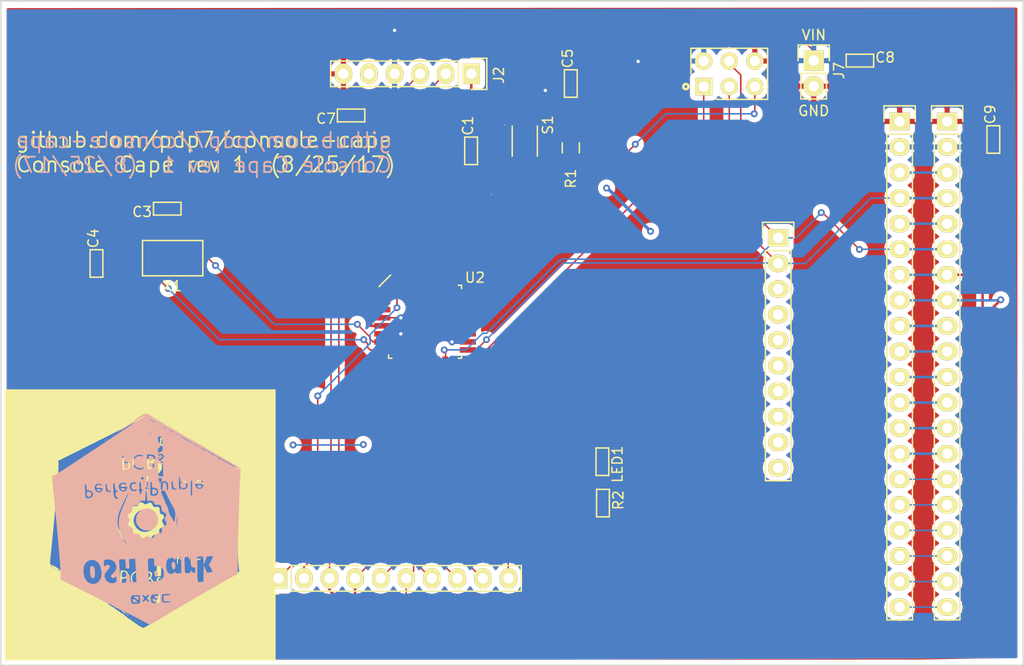
<source format=kicad_pcb>
(kicad_pcb (version 4) (host pcbnew 4.0.6)
  (title_block (company "Released under the CERN Open Hardware License v1.2") (comment 1 "jenner@wickerbox.net - http://wickerbox.net") (comment 2 "Designed by Jenner at Wickerbox Electronics"))
  (layers (0 F.Cu signal) (31 B.Cu signal) (34 B.Paste user) (35 F.Paste user) (36 B.SilkS user) (37 F.SilkS user) (38 B.Mask user) (39 F.Mask user) (44 Edge.Cuts user))
  (net 0 "")
  (net 1 /~RESET)
  (net 2 /FTDI_RESET)
  (net 3 GND)
  (net 4 "Net-(C3-Pad1)")
  (net 5 "Net-(C4-Pad1)")
  (net 6 /D0)
  (net 7 /D1)
  (net 8 "Net-(J2-Pad5)")
  (net 9 /D11)
  (net 10 /D2)
  (net 11 /D3)
  (net 12 /D6)
  (net 13 /D7)
  (net 14 /D8)
  (net 15 /D9)
  (net 16 /D10)
  (net 17 "Net-(LED1-Pad2)")
  (net 18 "Net-(J5-Pad3)")
  (net 19 "Net-(J5-Pad4)")
  (net 20 "Net-(J5-Pad5)")
  (net 21 "Net-(J5-Pad6)")
  (net 22 "Net-(J5-Pad7)")
  (net 23 "Net-(J5-Pad8)")
  (net 24 "Net-(J5-Pad9)")
  (net 25 "Net-(J5-Pad10)")
  (net 26 "Net-(U2-Pad19)")
  (net 27 "Net-(U2-Pad20)")
  (net 28 "Net-(U2-Pad22)")
  (net 29 "Net-(U2-Pad23)")
  (net 30 "Net-(U2-Pad24)")
  (net 31 "Net-(U2-Pad25)")
  (net 32 "Net-(U2-Pad26)")
  (net 33 "Net-(U2-Pad27)")
  (net 34 "Net-(U2-Pad28)")
  (net 35 VIN)
  (net 36 3Vo)
  (net 37 CLK)
  (net 38 MOSI)
  (net 39 TFT_CS)
  (net 40 TFT_DC)
  (net 41 RST)
  (net 42 Lite)
  (net 43 Y+)
  (net 44 X+)
  (net 45 Y-)
  (net 46 X-)
  (net 47 IM3)
  (net 48 IM2)
  (net 49 IM1)
  (net 50 IM0)
  (net 51 CCS)
  (net 52 CD)
  (net 53 "Net-(J1-Pad5)")
  (net 54 "Net-(J6-Pad5)")
  (module Wickerlib:TQFP-32-7x7MM-P0.8MM (layer F.Cu) (at 166.624 82.296)
    (fp_text reference U2)
    (fp_text value ATMEGA328 hide)
    (fp_text user %R (at 4.953 -4.386 180) (layer F.SilkS))
    (pad 1 smd rect (at -4.25 -2.8) (size 1.6 0.55) (layers F.Cu F.Paste F.Mask) (net 11 /D3))
    (pad 2 smd rect (at -4.25 -2) (size 1.6 0.55) (layers F.Cu F.Paste F.Mask) (net 40 TFT_DC))
    (pad 3 smd rect (at -4.25 -1.2) (size 1.6 0.55) (layers F.Cu F.Paste F.Mask) (net 3 GND))
    (pad 4 smd rect (at -4.25 -0.4) (size 1.6 0.55) (layers F.Cu F.Paste F.Mask) (net 35 VIN))
    (pad 5 smd rect (at -4.25 0.4) (size 1.6 0.55) (layers F.Cu F.Paste F.Mask) (net 3 GND))
    (pad 6 smd rect (at -4.25 1.2) (size 1.6 0.55) (layers F.Cu F.Paste F.Mask) (net 35 VIN))
    (pad 7 smd rect (at -4.25 2) (size 1.6 0.55) (layers F.Cu F.Paste F.Mask) (net 4 "Net-(C3-Pad1)"))
    (pad 8 smd rect (at -4.25 2.8) (size 1.6 0.55) (layers F.Cu F.Paste F.Mask) (net 5 "Net-(C4-Pad1)"))
    (pad 9 smd rect (at -2.8 4.25 90) (size 1.6 0.55) (layers F.Cu F.Paste F.Mask) (net 39 TFT_CS))
    (pad 10 smd rect (at -2 4.25 90) (size 1.6 0.55) (layers F.Cu F.Paste F.Mask) (net 12 /D6))
    (pad 11 smd rect (at -1.2 4.25 90) (size 1.6 0.55) (layers F.Cu F.Paste F.Mask) (net 13 /D7))
    (pad 12 smd rect (at -0.4 4.25 90) (size 1.6 0.55) (layers F.Cu F.Paste F.Mask) (net 14 /D8))
    (pad 13 smd rect (at 0.4 4.25 90) (size 1.6 0.55) (layers F.Cu F.Paste F.Mask) (net 15 /D9))
    (pad 14 smd rect (at 1.2 4.25 90) (size 1.6 0.55) (layers F.Cu F.Paste F.Mask) (net 16 /D10))
    (pad 15 smd rect (at 2 4.25 90) (size 1.6 0.55) (layers F.Cu F.Paste F.Mask) (net 38 MOSI))
    (pad 16 smd rect (at 2.8 4.25 90) (size 1.6 0.55) (layers F.Cu F.Paste F.Mask) (net 9 /D11))
    (pad 17 smd rect (at 4.25 2.8) (size 1.6 0.55) (layers F.Cu F.Paste F.Mask) (net 37 CLK))
    (pad 18 smd rect (at 4.25 2) (size 1.6 0.55) (layers F.Cu F.Paste F.Mask) (net 35 VIN))
    (pad 19 smd rect (at 4.25 1.2) (size 1.6 0.55) (layers F.Cu F.Paste F.Mask) (net 26 "Net-(U2-Pad19)"))
    (pad 20 smd rect (at 4.25 0.4) (size 1.6 0.55) (layers F.Cu F.Paste F.Mask) (net 27 "Net-(U2-Pad20)"))
    (pad 21 smd rect (at 4.25 -0.4) (size 1.6 0.55) (layers F.Cu F.Paste F.Mask) (net 3 GND))
    (pad 22 smd rect (at 4.25 -1.2) (size 1.6 0.55) (layers F.Cu F.Paste F.Mask) (net 28 "Net-(U2-Pad22)"))
    (pad 23 smd rect (at 4.25 -2) (size 1.6 0.55) (layers F.Cu F.Paste F.Mask) (net 29 "Net-(U2-Pad23)"))
    (pad 24 smd rect (at 4.25 -2.8) (size 1.6 0.55) (layers F.Cu F.Paste F.Mask) (net 30 "Net-(U2-Pad24)"))
    (pad 25 smd rect (at 2.8 -4.25 90) (size 1.6 0.55) (layers F.Cu F.Paste F.Mask) (net 31 "Net-(U2-Pad25)"))
    (pad 26 smd rect (at 2 -4.25 90) (size 1.6 0.55) (layers F.Cu F.Paste F.Mask) (net 32 "Net-(U2-Pad26)"))
    (pad 27 smd rect (at 1.2 -4.25 90) (size 1.6 0.55) (layers F.Cu F.Paste F.Mask) (net 33 "Net-(U2-Pad27)"))
    (pad 28 smd rect (at 0.4 -4.25 90) (size 1.6 0.55) (layers F.Cu F.Paste F.Mask) (net 34 "Net-(U2-Pad28)"))
    (pad 29 smd rect (at -0.4 -4.25 90) (size 1.6 0.55) (layers F.Cu F.Paste F.Mask) (net 1 /~RESET))
    (pad 30 smd rect (at -1.2 -4.25 90) (size 1.6 0.55) (layers F.Cu F.Paste F.Mask) (net 6 /D0))
    (pad 31 smd rect (at -2 -4.25 90) (size 1.6 0.55) (layers F.Cu F.Paste F.Mask) (net 7 /D1))
    (pad 32 smd rect (at -2.8 -4.25 90) (size 1.6 0.55) (layers F.Cu F.Paste F.Mask) (net 10 /D2))
  )
  (module Wickerlib:RLC-0603-SMD (layer F.Cu) (at 171.196 65.278 90)
    (fp_text reference C1)
    (fp_text value 100nF hide)
    (fp_text user %R (at 2.4645 -0.3175 90) (layer F.SilkS))
    (pad 1 smd rect (at -0.75 0 90) (size 0.8 0.75) (layers F.Cu F.Paste F.Mask) (net 1 /~RESET))
    (pad 2 smd rect (at 0.75 0 90) (size 0.8 0.75) (layers F.Cu F.Paste F.Mask) (net 2 /FTDI_RESET))
  )
  (module Wickerlib:RLC-0603-SMD (layer F.Cu) (at 140.97 71.06 180)
    (fp_text reference C3)
    (fp_text value 22pF hide)
    (fp_text user %R (at 2.4645 -0.3175 180) (layer F.SilkS))
    (pad 1 smd rect (at -0.75 0 180) (size 0.8 0.75) (layers F.Cu F.Paste F.Mask) (net 4 "Net-(C3-Pad1)"))
    (pad 2 smd rect (at 0.75 0 180) (size 0.8 0.75) (layers F.Cu F.Paste F.Mask) (net 3 GND))
  )
  (module Wickerlib:RLC-0603-SMD (layer F.Cu) (at 133.97 76.47 90)
    (fp_text reference C4)
    (fp_text value 22pF hide)
    (fp_text user %R (at 2.4645 -0.3175 90) (layer F.SilkS))
    (pad 1 smd rect (at -0.75 0 90) (size 0.8 0.75) (layers F.Cu F.Paste F.Mask) (net 5 "Net-(C4-Pad1)"))
    (pad 2 smd rect (at 0.75 0 90) (size 0.8 0.75) (layers F.Cu F.Paste F.Mask) (net 3 GND))
  )
  (module Wickerlib:RLC-0603-SMD (layer F.Cu) (at 181.102 58.59272 90)
    (fp_text reference C5)
    (fp_text value 100nF hide)
    (fp_text user %R (at 2.4645 -0.3175 90) (layer F.SilkS))
    (pad 1 smd rect (at -0.75 0 90) (size 0.8 0.75) (layers F.Cu F.Paste F.Mask) (net 35 VIN))
    (pad 2 smd rect (at 0.75 0 90) (size 0.8 0.75) (layers F.Cu F.Paste F.Mask) (net 3 GND))
  )
  (module Wickerlib:RLC-0603-SMD (layer F.Cu) (at 159.24276 61.7982 180)
    (fp_text reference C7)
    (fp_text value 100nF hide)
    (fp_text user %R (at 2.4645 -0.3175 180) (layer F.SilkS))
    (pad 1 smd rect (at -0.75 0 180) (size 0.8 0.75) (layers F.Cu F.Paste F.Mask) (net 35 VIN))
    (pad 2 smd rect (at 0.75 0 180) (size 0.8 0.75) (layers F.Cu F.Paste F.Mask) (net 3 GND))
  )
  (module Wickerlib:RLC-0603-SMD (layer F.Cu) (at 209.86496 56.34736)
    (fp_text reference C8)
    (fp_text value 100nF hide)
    (fp_text user %R (at 2.4645 -0.3175) (layer F.SilkS))
    (pad 1 smd rect (at -0.75 0) (size 0.8 0.75) (layers F.Cu F.Paste F.Mask) (net 35 VIN))
    (pad 2 smd rect (at 0.75 0) (size 0.8 0.75) (layers F.Cu F.Paste F.Mask) (net 3 GND))
  )
  (module Wickerlib:RLC-0603-SMD (layer F.Cu) (at 223.09074 64.15278 90)
    (fp_text reference C9)
    (fp_text value 100nF hide)
    (fp_text user %R (at 2.4645 -0.3175 90) (layer F.SilkS))
    (pad 1 smd rect (at -0.75 0 90) (size 0.8 0.75) (layers F.Cu F.Paste F.Mask) (net 35 VIN))
    (pad 2 smd rect (at 0.75 0 90) (size 0.8 0.75) (layers F.Cu F.Paste F.Mask) (net 3 GND))
  )
  (module Wickerlib:CONN-HEADER-STRAIGHT-P2.54MM-1x06 (layer F.Cu) (at 171.21 57.66 270)
    (fp_text reference J2)
    (fp_text value FTDI hide)
    (fp_text user %R (at 0.14 -2.74 450) (layer F.SilkS))
    (pad 1 thru_hole rect (at 0 0 270) (size 2.032 1.7272) (drill 1.016) (layers *.Cu *.Mask F.SilkS) (net 2 /FTDI_RESET))
    (pad 2 thru_hole oval (at 0 2.54 270) (size 2.032 1.7272) (drill 1.016) (layers *.Cu *.Mask F.SilkS) (net 6 /D0))
    (pad 3 thru_hole oval (at 0 5.08 270) (size 2.032 1.7272) (drill 1.016) (layers *.Cu *.Mask F.SilkS) (net 7 /D1))
    (pad 4 thru_hole oval (at 0 7.62 270) (size 2.032 1.7272) (drill 1.016) (layers *.Cu *.Mask F.SilkS) (net 35 VIN))
    (pad 5 thru_hole oval (at 0 10.16 270) (size 2.032 1.7272) (drill 1.016) (layers *.Cu *.Mask F.SilkS) (net 8 "Net-(J2-Pad5)"))
    (pad 6 thru_hole oval (at 0 12.7 270) (size 2.032 1.7272) (drill 1.016) (layers *.Cu *.Mask F.SilkS) (net 3 GND))
  )
  (module Wickerlib:CONN-HEADER-STRAIGHT-P2.54MM-2x03 (layer F.Cu) (at 194.31 58.928 90)
    (fp_text reference J3)
    (fp_text value ISP-2560 hide)
    (pad 1 thru_hole rect (at 0 0 90) (size 1.7272 1.7272) (drill 1.016) (layers *.Cu *.Mask F.SilkS) (net 9 /D11))
    (pad 2 thru_hole oval (at 2.54 0 90) (size 1.7272 1.7272) (drill 1.016) (layers *.Cu *.Mask F.SilkS) (net 35 VIN))
    (pad 3 thru_hole oval (at 0 2.54 90) (size 1.7272 1.7272) (drill 1.016) (layers *.Cu *.Mask F.SilkS) (net 37 CLK))
    (pad 4 thru_hole oval (at 2.54 2.54 90) (size 1.7272 1.7272) (drill 1.016) (layers *.Cu *.Mask F.SilkS) (net 38 MOSI))
    (pad 5 thru_hole oval (at 0 5.08 90) (size 1.7272 1.7272) (drill 1.016) (layers *.Cu *.Mask F.SilkS) (net 1 /~RESET))
    (pad 6 thru_hole oval (at 2.54 5.08 90) (size 1.7272 1.7272) (drill 1.016) (layers *.Cu *.Mask F.SilkS) (net 3 GND))
  )
  (module Wickerlib:CONN-HEADER-STRAIGHT-P2.54MM-1x10 (layer F.Cu) (at 152.05 107.79 90)
    (fp_text reference J4)
    (fp_text value DIGOUT1 hide)
    (pad 1 thru_hole rect (at 0 0 90) (size 2.032 1.7272) (drill 1.016) (layers *.Cu *.Mask F.SilkS) (net 10 /D2))
    (pad 2 thru_hole oval (at 0 2.54 90) (size 2.032 1.7272) (drill 1.016) (layers *.Cu *.Mask F.SilkS) (net 11 /D3))
    (pad 3 thru_hole oval (at 0 5.08 90) (size 2.032 1.7272) (drill 1.016) (layers *.Cu *.Mask F.SilkS) (net 40 TFT_DC))
    (pad 4 thru_hole oval (at 0 7.62 90) (size 2.032 1.7272) (drill 1.016) (layers *.Cu *.Mask F.SilkS) (net 39 TFT_CS))
    (pad 5 thru_hole oval (at 0 10.16 90) (size 2.032 1.7272) (drill 1.016) (layers *.Cu *.Mask F.SilkS) (net 12 /D6))
    (pad 6 thru_hole oval (at 0 12.7 90) (size 2.032 1.7272) (drill 1.016) (layers *.Cu *.Mask F.SilkS) (net 13 /D7))
    (pad 7 thru_hole oval (at 0 15.24 90) (size 2.032 1.7272) (drill 1.016) (layers *.Cu *.Mask F.SilkS) (net 14 /D8))
    (pad 8 thru_hole oval (at 0 17.78 90) (size 2.032 1.7272) (drill 1.016) (layers *.Cu *.Mask F.SilkS) (net 15 /D9))
    (pad 9 thru_hole oval (at 0 20.32 90) (size 2.032 1.7272) (drill 1.016) (layers *.Cu *.Mask F.SilkS) (net 16 /D10))
    (pad 10 thru_hole oval (at 0 22.86 90) (size 2.032 1.7272) (drill 1.016) (layers *.Cu *.Mask F.SilkS) (net 9 /D11))
  )
  (module Wickerlib:CONN-HEADER-STRAIGHT-P2.54MM-1x10 (layer F.Cu) (at 201.71 73.96)
    (fp_text reference J5)
    (fp_text value DIGOUT2 hide)
    (pad 1 thru_hole rect (at 0 0) (size 2.032 1.7272) (drill 1.016) (layers *.Cu *.Mask F.SilkS) (net 38 MOSI))
    (pad 2 thru_hole oval (at 0 2.54) (size 2.032 1.7272) (drill 1.016) (layers *.Cu *.Mask F.SilkS) (net 37 CLK))
    (pad 3 thru_hole oval (at 0 5.08) (size 2.032 1.7272) (drill 1.016) (layers *.Cu *.Mask F.SilkS) (net 18 "Net-(J5-Pad3)"))
    (pad 4 thru_hole oval (at 0 7.62) (size 2.032 1.7272) (drill 1.016) (layers *.Cu *.Mask F.SilkS) (net 19 "Net-(J5-Pad4)"))
    (pad 5 thru_hole oval (at 0 10.16) (size 2.032 1.7272) (drill 1.016) (layers *.Cu *.Mask F.SilkS) (net 20 "Net-(J5-Pad5)"))
    (pad 6 thru_hole oval (at 0 12.7) (size 2.032 1.7272) (drill 1.016) (layers *.Cu *.Mask F.SilkS) (net 21 "Net-(J5-Pad6)"))
    (pad 7 thru_hole oval (at 0 15.24) (size 2.032 1.7272) (drill 1.016) (layers *.Cu *.Mask F.SilkS) (net 22 "Net-(J5-Pad7)"))
    (pad 8 thru_hole oval (at 0 17.78) (size 2.032 1.7272) (drill 1.016) (layers *.Cu *.Mask F.SilkS) (net 23 "Net-(J5-Pad8)"))
    (pad 9 thru_hole oval (at 0 20.32) (size 2.032 1.7272) (drill 1.016) (layers *.Cu *.Mask F.SilkS) (net 24 "Net-(J5-Pad9)"))
    (pad 10 thru_hole oval (at 0 22.86) (size 2.032 1.7272) (drill 1.016) (layers *.Cu *.Mask F.SilkS) (net 25 "Net-(J5-Pad10)"))
  )
  (module Wickerlib:RLC-0603-SMD (layer F.Cu) (at 184.2442 96.2356 270)
    (fp_text reference LED1)
    (fp_text value AMBER hide)
    (fp_text user %R (at 0.22 -1.49 270) (layer F.SilkS))
    (pad 1 smd rect (at -0.75 0 270) (size 0.8 0.75) (layers F.Cu F.Paste F.Mask) (net 3 GND))
    (pad 2 smd rect (at 0.75 0 270) (size 0.8 0.75) (layers F.Cu F.Paste F.Mask) (net 17 "Net-(LED1-Pad2)"))
  )
  (module Wickerlib:RLC-0805-SMD (layer F.Cu) (at 181.102 65.024 270)
    (fp_text reference R1)
    (fp_text value 10K hide)
    (fp_text user %R (at 3.048 0 270) (layer F.SilkS))
    (pad 1 smd rect (at -1 0 270) (size 1 1.25) (layers F.Cu F.Paste F.Mask) (net 35 VIN))
    (pad 2 smd rect (at 1 0 270) (size 1 1.25) (layers F.Cu F.Paste F.Mask) (net 1 /~RESET))
  )
  (module Wickerlib:RLC-0603-SMD (layer F.Cu) (at 184.2996 100.2852 90)
    (fp_text reference R2)
    (fp_text value 1K hide)
    (fp_text user %R (at 0.26 1.52 90) (layer F.SilkS))
    (pad 1 smd rect (at -0.75 0 90) (size 0.8 0.75) (layers F.Cu F.Paste F.Mask) (net 13 /D7))
    (pad 2 smd rect (at 0.75 0 90) (size 0.8 0.75) (layers F.Cu F.Paste F.Mask) (net 17 "Net-(LED1-Pad2)"))
  )
  (module Wickerlib:SWITCH-OMRON-MOMENTARY-SMD-B3U-1000P (layer F.Cu) (at 176.53 62.738 270)
    (fp_text reference S1)
    (fp_text value RESET hide)
    (fp_text user %R (at 0 -2.286 270) (layer F.SilkS))
    (pad 2 smd rect (at 3.4 0 270) (size 0.8 1.7) (layers F.Cu F.Paste F.Mask) (net 1 /~RESET))
    (pad 1 smd rect (at 0 0 270) (size 0.8 1.7) (layers F.Cu F.Paste F.Mask) (net 3 GND))
  )
  (module Wickerlib:CRYSTAL-CTS-4SMD (layer F.Cu) (at 141.49 75.75 180)
    (fp_text reference X1)
    (fp_text value "16MHz 18pF" hide)
    (fp_text user %R (at 0 -3 180) (layer F.SilkS))
    (pad 3 smd rect (at 2.1844 -1.4732 180) (size 1.905 1.397) (layers F.Cu F.Paste F.Mask) (net 5 "Net-(C4-Pad1)"))
    (pad 4 smd rect (at -2.286 -1.4732 180) (size 1.905 1.397) (layers F.Cu F.Paste F.Mask) (net 3 GND))
    (pad 2 smd rect (at 2.1844 1.016 180) (size 1.905 1.397) (layers F.Cu F.Paste F.Mask) (net 3 GND))
    (pad 1 smd rect (at -2.286 1.016 180) (size 1.905 1.397) (layers F.Cu F.Paste F.Mask) (net 4 "Net-(C3-Pad1)"))
  )
  (module Wickerlib:CONN-HEADER-STRAIGHT-P2.54MM-1x20 (layer F.Cu) (at 218.5 62.39)
    (fp_text reference J1)
    (fp_text value "LCD HEADER" hide)
    (pad 1 thru_hole rect (at 0 0) (size 2.032 1.7272) (drill 1.016) (layers *.Cu *.Mask F.SilkS) (net 3 GND))
    (pad 2 thru_hole oval (at 0 2.54) (size 2.032 1.7272) (drill 1.016) (layers *.Cu *.Mask F.SilkS) (net 35 VIN))
    (pad 3 thru_hole oval (at 0 5.08) (size 2.032 1.7272) (drill 1.016) (layers *.Cu *.Mask F.SilkS) (net 36 3Vo))
    (pad 4 thru_hole oval (at 0 7.62) (size 2.032 1.7272) (drill 1.016) (layers *.Cu *.Mask F.SilkS) (net 37 CLK))
    (pad 5 thru_hole oval (at 0 10.16) (size 2.032 1.7272) (drill 1.016) (layers *.Cu *.Mask F.SilkS) (net 53 "Net-(J1-Pad5)"))
    (pad 6 thru_hole oval (at 0 12.7) (size 2.032 1.7272) (drill 1.016) (layers *.Cu *.Mask F.SilkS) (net 38 MOSI))
    (pad 7 thru_hole oval (at 0 15.24) (size 2.032 1.7272) (drill 1.016) (layers *.Cu *.Mask F.SilkS) (net 39 TFT_CS))
    (pad 8 thru_hole oval (at 0 17.78) (size 2.032 1.7272) (drill 1.016) (layers *.Cu *.Mask F.SilkS) (net 40 TFT_DC))
    (pad 9 thru_hole oval (at 0 20.32) (size 2.032 1.7272) (drill 1.016) (layers *.Cu *.Mask F.SilkS) (net 41 RST))
    (pad 10 thru_hole oval (at 0 22.86) (size 2.032 1.7272) (drill 1.016) (layers *.Cu *.Mask F.SilkS) (net 42 Lite))
    (pad 11 thru_hole oval (at 0 25.4) (size 2.032 1.7272) (drill 1.016) (layers *.Cu *.Mask F.SilkS) (net 43 Y+))
    (pad 12 thru_hole oval (at 0 27.94) (size 2.032 1.7272) (drill 1.016) (layers *.Cu *.Mask F.SilkS) (net 44 X+))
    (pad 13 thru_hole oval (at 0 30.48) (size 2.032 1.7272) (drill 1.016) (layers *.Cu *.Mask F.SilkS) (net 45 Y-))
    (pad 14 thru_hole oval (at 0 33.02) (size 2.032 1.7272) (drill 1.016) (layers *.Cu *.Mask F.SilkS) (net 46 X-))
    (pad 15 thru_hole oval (at 0 35.56) (size 2.032 1.7272) (drill 1.016) (layers *.Cu *.Mask F.SilkS) (net 47 IM3))
    (pad 16 thru_hole oval (at 0 38.1) (size 2.032 1.7272) (drill 1.016) (layers *.Cu *.Mask F.SilkS) (net 48 IM2))
    (pad 17 thru_hole oval (at 0 40.64) (size 2.032 1.7272) (drill 1.016) (layers *.Cu *.Mask F.SilkS) (net 49 IM1))
    (pad 18 thru_hole oval (at 0 43.18) (size 2.032 1.7272) (drill 1.016) (layers *.Cu *.Mask F.SilkS) (net 50 IM0))
    (pad 19 thru_hole oval (at 0 45.72) (size 2.032 1.7272) (drill 1.016) (layers *.Cu *.Mask F.SilkS) (net 51 CCS))
    (pad 20 thru_hole oval (at 0 48.26) (size 2.032 1.7272) (drill 1.016) (layers *.Cu *.Mask F.SilkS) (net 52 CD))
  )
  (module Wickerlib:CONN-HEADER-STRAIGHT-P2.54MM-1x20 (layer F.Cu) (at 213.78 62.39)
    (fp_text reference J6)
    (fp_text value "LCD TEST" hide)
    (pad 1 thru_hole rect (at 0 0) (size 2.032 1.7272) (drill 1.016) (layers *.Cu *.Mask F.SilkS) (net 3 GND))
    (pad 2 thru_hole oval (at 0 2.54) (size 2.032 1.7272) (drill 1.016) (layers *.Cu *.Mask F.SilkS) (net 35 VIN))
    (pad 3 thru_hole oval (at 0 5.08) (size 2.032 1.7272) (drill 1.016) (layers *.Cu *.Mask F.SilkS) (net 36 3Vo))
    (pad 4 thru_hole oval (at 0 7.62) (size 2.032 1.7272) (drill 1.016) (layers *.Cu *.Mask F.SilkS) (net 37 CLK))
    (pad 5 thru_hole oval (at 0 10.16) (size 2.032 1.7272) (drill 1.016) (layers *.Cu *.Mask F.SilkS) (net 54 "Net-(J6-Pad5)"))
    (pad 6 thru_hole oval (at 0 12.7) (size 2.032 1.7272) (drill 1.016) (layers *.Cu *.Mask F.SilkS) (net 38 MOSI))
    (pad 7 thru_hole oval (at 0 15.24) (size 2.032 1.7272) (drill 1.016) (layers *.Cu *.Mask F.SilkS) (net 39 TFT_CS))
    (pad 8 thru_hole oval (at 0 17.78) (size 2.032 1.7272) (drill 1.016) (layers *.Cu *.Mask F.SilkS) (net 40 TFT_DC))
    (pad 9 thru_hole oval (at 0 20.32) (size 2.032 1.7272) (drill 1.016) (layers *.Cu *.Mask F.SilkS) (net 41 RST))
    (pad 10 thru_hole oval (at 0 22.86) (size 2.032 1.7272) (drill 1.016) (layers *.Cu *.Mask F.SilkS) (net 42 Lite))
    (pad 11 thru_hole oval (at 0 25.4) (size 2.032 1.7272) (drill 1.016) (layers *.Cu *.Mask F.SilkS) (net 43 Y+))
    (pad 12 thru_hole oval (at 0 27.94) (size 2.032 1.7272) (drill 1.016) (layers *.Cu *.Mask F.SilkS) (net 44 X+))
    (pad 13 thru_hole oval (at 0 30.48) (size 2.032 1.7272) (drill 1.016) (layers *.Cu *.Mask F.SilkS) (net 45 Y-))
    (pad 14 thru_hole oval (at 0 33.02) (size 2.032 1.7272) (drill 1.016) (layers *.Cu *.Mask F.SilkS) (net 46 X-))
    (pad 15 thru_hole oval (at 0 35.56) (size 2.032 1.7272) (drill 1.016) (layers *.Cu *.Mask F.SilkS) (net 47 IM3))
    (pad 16 thru_hole oval (at 0 38.1) (size 2.032 1.7272) (drill 1.016) (layers *.Cu *.Mask F.SilkS) (net 48 IM2))
    (pad 17 thru_hole oval (at 0 40.64) (size 2.032 1.7272) (drill 1.016) (layers *.Cu *.Mask F.SilkS) (net 49 IM1))
    (pad 18 thru_hole oval (at 0 43.18) (size 2.032 1.7272) (drill 1.016) (layers *.Cu *.Mask F.SilkS) (net 50 IM0))
    (pad 19 thru_hole oval (at 0 45.72) (size 2.032 1.7272) (drill 1.016) (layers *.Cu *.Mask F.SilkS) (net 51 CCS))
    (pad 20 thru_hole oval (at 0 48.26) (size 2.032 1.7272) (drill 1.016) (layers *.Cu *.Mask F.SilkS) (net 52 CD))
  )
  (module Wickerlib:CONN-HEADER-STRAIGHT-P2.54MM-1x02 (layer F.Cu) (at 205.24 56.35)
    (fp_text reference J7)
    (fp_text value CONN_01X02 hide)
    (fp_text user %R (at 2.52 0.99 90) (layer F.SilkS))
    (pad 1 thru_hole rect (at 0 0) (size 2.032 2.032) (drill 1.016) (layers *.Cu *.Mask F.SilkS) (net 35 VIN))
    (pad 2 thru_hole oval (at 0 2.54) (size 2.032 2.032) (drill 1.016) (layers *.Cu *.Mask F.SilkS) (net 3 GND))
  )
  (module console-cape:oshpark0x0c (layer B.Cu) (at 138.5062 101.5238)
    (fp_text reference G*** hide)
    (fp_text value LOGO hide)
  )
  (module console-cape:dpi400-oshpark0x0ckicad_mod (layer F.Cu) (at 138.303 102.48392)
    (fp_text reference G*** hide)
    (fp_text value LOGO hide)
  )
  (gr_text "github.com/pdp7/console-cape\nConsole Cape rev 1  (8/25/17)\n\n" (at 163.449 66.72072) (layer B.SilkS) (effects (font (thickness 0.1778)) (justify left mirror)))
  (gr_text "github.com/pdp7/console-cape\nConsole Cape rev 1  (8/25/17)\n\n" (at 125.8443 66.675) (layer F.SilkS) (effects (font (thickness 0.1778)) (justify left)))
  (gr_line (start 226.05746 115.63858) (end 226.06508 115.63858) (angle 90) (layer Edge.Cuts) (width 0.1524))
  (gr_line (start 226.05746 116.44884) (end 226.05746 115.63858) (angle 90) (layer Edge.Cuts) (width 0.1524))
  (gr_line (start 209.31632 116.44884) (end 226.05746 116.44884) (angle 90) (layer Edge.Cuts) (width 0.1524))
  (gr_line (start 226.06254 50.41138) (end 226.06254 115.99926) (angle 90) (layer Edge.Cuts) (width 0.1524))
  (gr_line (start 209.3341 50.41138) (end 226.06254 50.41138) (angle 90) (layer Edge.Cuts) (width 0.1524))
  (gr_text GND (at 205.24 61.34) (layer F.SilkS) (effects (font (size 1.016 1.016) (thickness 0.1524))))
  (gr_text VIN (at 205.26 53.8) (layer F.SilkS) (effects (font (size 1.016 1.016) (thickness 0.1524))))
  (gr_line (start 126.36 50.41) (end 126.36 50.4) (angle 90) (layer Edge.Cuts) (width 0.1524))
  (gr_line (start 124.46 50.41) (end 126.36 50.41) (angle 90) (layer Edge.Cuts) (width 0.1524))
  (gr_line (start 124.46 116.45) (end 124.46 50.41) (angle 90) (layer Edge.Cuts) (width 0.1524))
  (gr_line (start 209.3 116.45) (end 124.46 116.45) (angle 90) (layer Edge.Cuts) (width 0.1524))
  (gr_line (start 125.79 50.41) (end 209.3 50.41) (angle 90) (layer Edge.Cuts) (width 0.1524))
  (via (at 160.48736 94.49308) (size 0.6858) (drill 0.3302) (layers F.Cu B.Cu) (net 0))
  (via (at 153.5049 94.5388) (size 0.6858) (drill 0.3302) (layers F.Cu B.Cu) (net 0))
  (segment (start 153.5049 94.5388) (end 160.44164 94.5388) (width 0.1524) (layer B.Cu) (net 0))
  (segment (start 160.44164 94.5388) (end 160.48736 94.49308) (width 0.1524) (layer B.Cu) (net 0))
  (segment (start 189.1792 73.3552) (end 189.0776 73.3552) (width 0.3302) (layer F.Cu) (net 0))
  (via (at 184.658 69.0118) (size 0.6858) (drill 0.3302) (layers F.Cu B.Cu) (net 0))
  (segment (start 184.7342 69.0118) (end 184.658 69.0118) (width 0.3302) (layer B.Cu) (net 0))
  (segment (start 189.0268 73.3044) (end 184.7342 69.0118) (width 0.3302) (layer B.Cu) (net 0))
  (via (at 189.0268 73.3044) (size 0.6858) (drill 0.3302) (layers F.Cu B.Cu) (net 0))
  (segment (start 189.0776 73.3552) (end 189.0268 73.3044) (width 0.3302) (layer F.Cu) (net 0))
  (segment (start 181.102 66.024) (end 186.1472 66.024) (width 0.1524) (layer F.Cu) (net 1))
  (segment (start 199.39 61.57214) (end 199.39 58.928) (width 0.1524) (layer F.Cu) (net 1))
  (segment (start 199.33158 61.63056) (end 199.39 61.57214) (width 0.1524) (layer F.Cu) (net 1))
  (via (at 199.33158 61.63056) (size 0.6858) (drill 0.3302) (layers F.Cu B.Cu) (net 1))
  (segment (start 190.54064 61.63056) (end 199.33158 61.63056) (width 0.1524) (layer B.Cu) (net 1))
  (segment (start 187.51296 64.65824) (end 190.54064 61.63056) (width 0.1524) (layer B.Cu) (net 1))
  (via (at 187.51296 64.65824) (size 0.6858) (drill 0.3302) (layers F.Cu B.Cu) (net 1))
  (segment (start 186.1472 66.024) (end 187.51296 64.65824) (width 0.1524) (layer F.Cu) (net 1))
  (segment (start 199.136 58.928) (end 199.39 58.928) (width 0.1524) (layer B.Cu) (net 1))
  (segment (start 181.102 66.024) (end 181.102 66.04) (width 0.1524) (layer F.Cu) (net 1))
  (segment (start 166.243 78.105) (end 166.224 78.046) (width 0.1524) (layer F.Cu) (net 1))
  (segment (start 166.243 70.993) (end 166.243 78.105) (width 0.1524) (layer F.Cu) (net 1))
  (segment (start 171.196 66.04) (end 166.243 70.993) (width 0.1524) (layer F.Cu) (net 1))
  (segment (start 171.196 66.028) (end 171.196 66.04) (width 0.1524) (layer F.Cu) (net 1))
  (segment (start 176.53 66.138) (end 180.988 66.138) (width 0.1524) (layer F.Cu) (net 1))
  (segment (start 180.988 66.138) (end 181.102 66.024) (width 0.1524) (layer F.Cu) (net 1))
  (segment (start 171.196 66.028) (end 176.42 66.028) (width 0.1524) (layer F.Cu) (net 1))
  (segment (start 176.42 66.028) (end 176.53 66.138) (width 0.1524) (layer F.Cu) (net 1))
  (segment (start 171.21 57.66) (end 171.21 64.514) (width 0.254) (layer F.Cu) (net 2))
  (segment (start 171.21 64.514) (end 171.196 64.528) (width 0.254) (layer F.Cu) (net 2))
  (segment (start 170.874 81.896) (end 169.544 81.896) (width 0.254) (layer F.Cu) (net 3))
  (segment (start 169.544 81.896) (end 169.52 81.92) (width 0.254) (layer F.Cu) (net 3))
  (segment (start 161.074 82.554) (end 161.08 82.56) (width 0.254) (layer F.Cu) (net 3))
  (segment (start 161.074 81.096) (end 161.074 82.554) (width 0.254) (layer F.Cu) (net 3))
  (segment (start 161.216 82.696) (end 161.08 82.56) (width 0.254) (layer F.Cu) (net 3))
  (segment (start 162.374 82.696) (end 161.216 82.696) (width 0.254) (layer F.Cu) (net 3))
  (segment (start 164.904 82.696) (end 164.94 82.66) (width 0.254) (layer F.Cu) (net 3))
  (segment (start 162.374 82.696) (end 164.904 82.696) (width 0.254) (layer F.Cu) (net 3))
  (segment (start 162.374 81.096) (end 161.074 81.096) (width 0.254) (layer F.Cu) (net 3))
  (segment (start 161.074 81.096) (end 161.04 81.13) (width 0.254) (layer F.Cu) (net 3))
  (segment (start 170.874 81.896) (end 172.386 81.896) (width 0.254) (layer F.Cu) (net 3))
  (segment (start 172.386 81.896) (end 172.46 81.97) (width 0.254) (layer F.Cu) (net 3))
  (segment (start 158.49276 61.7982) (end 158.49276 57.67724) (width 0.254) (layer F.Cu) (net 3))
  (segment (start 158.49276 57.67724) (end 158.51 57.66) (width 0.254) (layer F.Cu) (net 3))
  (segment (start 205.24 58.89) (end 202.98 58.89) (width 0.1524) (layer F.Cu) (net 3))
  (segment (start 200.478 56.388) (end 199.39 56.388) (width 0.1524) (layer F.Cu) (net 3))
  (segment (start 202.98 58.89) (end 200.478 56.388) (width 0.1524) (layer F.Cu) (net 3))
  (segment (start 162.374 84.296) (end 161.4612 84.296) (width 0.1524) (layer F.Cu) (net 4))
  (via (at 159.893 82.55) (size 0.6858) (layers F.Cu B.Cu) (net 4))
  (segment (start 151.638 82.55) (end 159.893 82.55) (width 0.1524) (layer B.Cu) (net 4))
  (segment (start 145.796 76.708) (end 151.638 82.55) (width 0.1524) (layer B.Cu) (net 4))
  (segment (start 145.796 76.708) (end 143.764 74.676) (width 0.1524) (layer F.Cu) (net 4))
  (via (at 145.796 76.708) (size 0.6858) (layers F.Cu B.Cu) (net 4))
  (segment (start 161.1376 83.7946) (end 159.893 82.55) (width 0.1524) (layer F.Cu) (net 4))
  (segment (start 161.1376 83.9724) (end 161.1376 83.7946) (width 0.1524) (layer F.Cu) (net 4))
  (segment (start 161.4612 84.296) (end 161.1376 83.9724) (width 0.1524) (layer F.Cu) (net 4))
  (segment (start 162.433 84.328) (end 162.374 84.296) (width 0.1524) (layer F.Cu) (net 4))
  (segment (start 162.179 84.2772) (end 162.433 84.328) (width 0.1524) (layer F.Cu) (net 4))
  (segment (start 143.776 74.734) (end 143.764 74.676) (width 0.1524) (layer F.Cu) (net 4))
  (segment (start 141.72 71.06) (end 142.64 71.06) (width 0.1524) (layer F.Cu) (net 4))
  (segment (start 142.64 71.06) (end 143.776 72.196) (width 0.1524) (layer F.Cu) (net 4))
  (segment (start 143.776 72.196) (end 143.776 74.734) (width 0.1524) (layer F.Cu) (net 4))
  (segment (start 160.528 84.074) (end 160.909 84.455) (width 0.1524) (layer F.Cu) (net 5))
  (segment (start 146.177 84.074) (end 160.528 84.074) (width 0.1524) (layer B.Cu) (net 5))
  (via (at 160.528 84.074) (size 0.6858) (layers F.Cu B.Cu) (net 5))
  (segment (start 141.097 78.994) (end 146.177 84.074) (width 0.1524) (layer B.Cu) (net 5))
  (segment (start 139.319 77.216) (end 141.097 78.994) (width 0.1524) (layer F.Cu) (net 5))
  (via (at 141.097 78.994) (size 0.6858) (layers F.Cu B.Cu) (net 5))
  (segment (start 161.169 85.096) (end 162.374 85.096) (width 0.1524) (layer F.Cu) (net 5))
  (segment (start 160.909 84.836) (end 161.169 85.096) (width 0.1524) (layer F.Cu) (net 5))
  (segment (start 160.909 84.455) (end 160.909 84.836) (width 0.1524) (layer F.Cu) (net 5))
  (segment (start 162.433 85.09) (end 162.374 85.096) (width 0.1524) (layer F.Cu) (net 5))
  (segment (start 139.3056 77.2232) (end 139.319 77.216) (width 0.1524) (layer F.Cu) (net 5))
  (segment (start 139.3056 77.2232) (end 133.9732 77.2232) (width 0.1524) (layer F.Cu) (net 5))
  (segment (start 133.9732 77.2232) (end 133.97 77.22) (width 0.1524) (layer F.Cu) (net 5))
  (segment (start 165.481 78.105) (end 165.424 78.046) (width 0.1524) (layer F.Cu) (net 6))
  (segment (start 165.481 60.833) (end 165.481 78.105) (width 0.1524) (layer F.Cu) (net 6))
  (segment (start 168.656 57.658) (end 165.481 60.833) (width 0.1524) (layer F.Cu) (net 6))
  (segment (start 168.67 57.66) (end 168.656 57.658) (width 0.1524) (layer F.Cu) (net 6))
  (segment (start 164.592 78.105) (end 164.624 78.046) (width 0.1524) (layer F.Cu) (net 7))
  (segment (start 164.592 59.182) (end 164.592 78.105) (width 0.1524) (layer F.Cu) (net 7))
  (segment (start 166.116 57.658) (end 164.592 59.182) (width 0.1524) (layer F.Cu) (net 7))
  (segment (start 166.13 57.66) (end 166.116 57.658) (width 0.1524) (layer F.Cu) (net 7))
  (segment (start 194.31 63.5) (end 194.31 58.928) (width 0.1524) (layer F.Cu) (net 9))
  (segment (start 171.323 86.487) (end 194.31 63.5) (width 0.1524) (layer F.Cu) (net 9))
  (segment (start 169.418 86.487) (end 171.323 86.487) (width 0.1524) (layer F.Cu) (net 9))
  (segment (start 174.879 107.823) (end 174.91 107.79) (width 0.1524) (layer F.Cu) (net 9))
  (segment (start 174.879 91.948) (end 174.879 107.823) (width 0.1524) (layer F.Cu) (net 9))
  (segment (start 169.418 86.487) (end 174.879 91.948) (width 0.1524) (layer F.Cu) (net 9))
  (segment (start 169.424 86.546) (end 169.418 86.487) (width 0.1524) (layer F.Cu) (net 9))
  (segment (start 169.424 86.546) (end 169.418 86.614) (width 0.1524) (layer F.Cu) (net 9))
  (segment (start 175.006 107.696) (end 174.91 107.79) (width 0.1524) (layer F.Cu) (net 9))
  (segment (start 163.83 78.105) (end 163.824 78.046) (width 0.1524) (layer F.Cu) (net 10))
  (segment (start 163.83 80.899) (end 163.83 78.105) (width 0.1524) (layer F.Cu) (net 10))
  (via (at 163.83 80.899) (size 0.6858) (layers F.Cu B.Cu) (net 10))
  (segment (start 161.163 83.566) (end 163.83 80.899) (width 0.1524) (layer B.Cu) (net 10))
  (segment (start 161.163 84.455) (end 161.163 83.566) (width 0.1524) (layer B.Cu) (net 10))
  (segment (start 155.956 89.662) (end 161.163 84.455) (width 0.1524) (layer B.Cu) (net 10))
  (via (at 155.956 89.662) (size 0.6858) (layers F.Cu B.Cu) (net 10))
  (segment (start 155.956 103.886) (end 155.956 89.662) (width 0.1524) (layer F.Cu) (net 10))
  (segment (start 152.019 107.823) (end 155.956 103.886) (width 0.1524) (layer F.Cu) (net 10))
  (segment (start 152.05 107.79) (end 152.019 107.823) (width 0.1524) (layer F.Cu) (net 10))
  (segment (start 163.824 78.046) (end 163.83 77.978) (width 0.1524) (layer F.Cu) (net 10))
  (segment (start 152.146 107.696) (end 152.05 107.79) (width 0.1524) (layer F.Cu) (net 10))
  (segment (start 162.374 79.496) (end 158.4512 79.496) (width 0.1524) (layer F.Cu) (net 11))
  (segment (start 154.59 106.6617) (end 154.59 107.79) (width 0.1524) (layer F.Cu) (net 11))
  (segment (start 157.2768 103.9749) (end 154.59 106.6617) (width 0.1524) (layer F.Cu) (net 11))
  (segment (start 157.2768 80.6704) (end 157.2768 103.9749) (width 0.1524) (layer F.Cu) (net 11))
  (segment (start 158.4512 79.496) (end 157.2768 80.6704) (width 0.1524) (layer F.Cu) (net 11))
  (segment (start 162.433 79.502) (end 162.374 79.496) (width 0.1524) (layer F.Cu) (net 11))
  (segment (start 162.306 79.502) (end 162.374 79.496) (width 0.1524) (layer F.Cu) (net 11))
  (segment (start 154.59 107.79) (end 154.559 107.823) (width 0.1524) (layer F.Cu) (net 11))
  (segment (start 154.59 107.79) (end 154.686 107.696) (width 0.1524) (layer F.Cu) (net 11))
  (segment (start 164.592 86.487) (end 164.624 86.546) (width 0.1524) (layer F.Cu) (net 12))
  (segment (start 164.592 105.41) (end 164.592 86.487) (width 0.1524) (layer F.Cu) (net 12))
  (segment (start 162.179 107.823) (end 164.592 105.41) (width 0.1524) (layer F.Cu) (net 12))
  (segment (start 162.21 107.79) (end 162.179 107.823) (width 0.1524) (layer F.Cu) (net 12))
  (segment (start 164.592 86.614) (end 164.624 86.546) (width 0.1524) (layer F.Cu) (net 12))
  (segment (start 162.21 107.79) (end 162.306 107.696) (width 0.1524) (layer F.Cu) (net 12))
  (segment (start 164.75 107.79) (end 164.75 109.7844) (width 0.1524) (layer F.Cu) (net 13))
  (segment (start 184.2996 104.9048) (end 184.2996 101.0352) (width 0.1524) (layer F.Cu) (net 13))
  (segment (start 178.7652 110.4392) (end 184.2996 104.9048) (width 0.1524) (layer F.Cu) (net 13))
  (segment (start 165.4048 110.4392) (end 178.7652 110.4392) (width 0.1524) (layer F.Cu) (net 13))
  (segment (start 164.75 109.7844) (end 165.4048 110.4392) (width 0.1524) (layer F.Cu) (net 13))
  (segment (start 184.3896 100.9452) (end 184.2996 101.0352) (width 0.254) (layer F.Cu) (net 13))
  (segment (start 184.4196 100.9452) (end 184.3296 101.0352) (width 0.254) (layer F.Cu) (net 13))
  (segment (start 165.481 86.487) (end 165.424 86.546) (width 0.1524) (layer F.Cu) (net 13))
  (segment (start 165.481 107.061) (end 165.481 86.487) (width 0.1524) (layer F.Cu) (net 13))
  (segment (start 164.719 107.823) (end 165.481 107.061) (width 0.1524) (layer F.Cu) (net 13))
  (segment (start 164.75 107.79) (end 164.719 107.823) (width 0.1524) (layer F.Cu) (net 13))
  (segment (start 165.354 86.614) (end 165.424 86.546) (width 0.1524) (layer F.Cu) (net 13))
  (segment (start 164.75 107.79) (end 164.846 107.696) (width 0.1524) (layer F.Cu) (net 13))
  (segment (start 164.846 107.696) (end 165.354 107.188) (width 0.1524) (layer F.Cu) (net 13))
  (segment (start 166.243 86.487) (end 166.224 86.546) (width 0.1524) (layer F.Cu) (net 14))
  (segment (start 166.243 106.807) (end 166.243 86.487) (width 0.1524) (layer F.Cu) (net 14))
  (segment (start 167.259 107.823) (end 166.243 106.807) (width 0.1524) (layer F.Cu) (net 14))
  (segment (start 167.29 107.79) (end 167.259 107.823) (width 0.1524) (layer F.Cu) (net 14))
  (segment (start 166.116 86.614) (end 166.224 86.546) (width 0.1524) (layer F.Cu) (net 14))
  (segment (start 167.29 107.79) (end 167.386 107.696) (width 0.1524) (layer F.Cu) (net 14))
  (segment (start 167.005 86.487) (end 167.024 86.546) (width 0.1524) (layer F.Cu) (net 15))
  (segment (start 167.005 105.029) (end 167.005 86.487) (width 0.1524) (layer F.Cu) (net 15))
  (segment (start 169.799 107.823) (end 167.005 105.029) (width 0.1524) (layer F.Cu) (net 15))
  (segment (start 169.83 107.79) (end 169.799 107.823) (width 0.1524) (layer F.Cu) (net 15))
  (segment (start 167.024 86.546) (end 167.132 86.614) (width 0.1524) (layer F.Cu) (net 15))
  (segment (start 169.926 107.696) (end 169.83 107.79) (width 0.1524) (layer F.Cu) (net 15))
  (segment (start 167.824 86.546) (end 167.894 86.614) (width 0.1524) (layer F.Cu) (net 16))
  (segment (start 167.767 86.487) (end 167.824 86.546) (width 0.1524) (layer F.Cu) (net 16))
  (segment (start 167.767 103.251) (end 167.767 86.487) (width 0.1524) (layer F.Cu) (net 16))
  (segment (start 172.339 107.823) (end 167.767 103.251) (width 0.1524) (layer F.Cu) (net 16))
  (segment (start 172.37 107.79) (end 172.339 107.823) (width 0.1524) (layer F.Cu) (net 16))
  (segment (start 172.466 107.696) (end 172.37 107.79) (width 0.1524) (layer F.Cu) (net 16))
  (segment (start 184.2442 96.9856) (end 184.2442 99.4798) (width 0.1524) (layer F.Cu) (net 17))
  (segment (start 184.2442 99.4798) (end 184.2996 99.5352) (width 0.1524) (layer F.Cu) (net 17))
  (segment (start 184.2696 99.5052) (end 184.2996 99.5352) (width 0.254) (layer F.Cu) (net 17))
  (segment (start 184.2196 99.4252) (end 184.3296 99.5352) (width 0.254) (layer F.Cu) (net 17))
  (segment (start 201.676 78.994) (end 201.71 79.04) (width 0.1524) (layer B.Cu) (net 18))
  (segment (start 201.676 81.534) (end 201.71 81.58) (width 0.1524) (layer B.Cu) (net 19))
  (segment (start 201.676 84.074) (end 201.71 84.12) (width 0.1524) (layer B.Cu) (net 20))
  (segment (start 201.676 86.614) (end 201.71 86.66) (width 0.1524) (layer B.Cu) (net 21))
  (segment (start 201.71 89.2) (end 201.676 89.154) (width 0.1524) (layer B.Cu) (net 22))
  (segment (start 201.676 91.694) (end 201.71 91.74) (width 0.1524) (layer F.Cu) (net 23))
  (segment (start 201.676 96.774) (end 201.71 96.82) (width 0.1524) (layer B.Cu) (net 25))
  (segment (start 170.874 84.296) (end 169.294 84.296) (width 0.1524) (layer F.Cu) (net 35))
  (segment (start 169.294 84.296) (end 169.29 84.3) (width 0.1524) (layer F.Cu) (net 35))
  (via (at 169.29 84.3) (size 0.6858) (drill 0.3302) (layers F.Cu B.Cu) (net 35))
  (segment (start 162.374 83.496) (end 164.206 83.496) (width 0.1524) (layer F.Cu) (net 35))
  (segment (start 164.206 83.496) (end 164.21 83.5) (width 0.1524) (layer F.Cu) (net 35))
  (via (at 164.21 83.5) (size 0.6858) (drill 0.3302) (layers F.Cu B.Cu) (net 35))
  (segment (start 162.374 81.896) (end 164.206 81.896) (width 0.1524) (layer F.Cu) (net 35))
  (segment (start 164.206 81.896) (end 164.21 81.9) (width 0.1524) (layer F.Cu) (net 35))
  (via (at 164.21 81.9) (size 0.6858) (drill 0.3302) (layers F.Cu B.Cu) (net 35))
  (segment (start 205.24 56.35) (end 209.11232 56.35) (width 0.254) (layer F.Cu) (net 35))
  (segment (start 209.11232 56.35) (end 209.11496 56.34736) (width 0.254) (layer F.Cu) (net 35))
  (segment (start 181.102 59.34272) (end 178.60334 59.34272) (width 0.254) (layer F.Cu) (net 35))
  (segment (start 178.562 59.3217) (end 178.5493 59.3217) (width 0.254) (layer B.Cu) (net 35))
  (segment (start 178.57216 59.31154) (end 178.562 59.3217) (width 0.254) (layer B.Cu) (net 35))
  (via (at 178.57216 59.31154) (size 0.6858) (drill 0.3302) (layers F.Cu B.Cu) (net 35))
  (segment (start 178.60334 59.34272) (end 178.57216 59.31154) (width 0.254) (layer F.Cu) (net 35))
  (segment (start 181.102 64.024) (end 181.102 59.34272) (width 0.254) (layer F.Cu) (net 35))
  (segment (start 218.5 64.93) (end 223.06352 64.93) (width 0.254) (layer F.Cu) (net 35))
  (segment (start 223.06352 64.93) (end 223.09074 64.90278) (width 0.254) (layer F.Cu) (net 35))
  (segment (start 159.99276 61.7982) (end 161.65068 61.7982) (width 0.254) (layer F.Cu) (net 35))
  (segment (start 163.59 59.85888) (end 163.59 57.66) (width 0.254) (layer F.Cu) (net 35))
  (segment (start 161.65068 61.7982) (end 163.59 59.85888) (width 0.254) (layer F.Cu) (net 35))
  (segment (start 163.59 57.66) (end 163.59 53.34) (width 0.1524) (layer F.Cu) (net 35))
  (via (at 163.59 53.34) (size 0.6858) (drill 0.3302) (layers F.Cu B.Cu) (net 35))
  (segment (start 194.31 56.388) (end 187.832 56.388) (width 0.1524) (layer F.Cu) (net 35))
  (via (at 187.79 56.43) (size 0.6858) (drill 0.3302) (layers F.Cu B.Cu) (net 35))
  (segment (start 187.832 56.388) (end 187.79 56.43) (width 0.1524) (layer F.Cu) (net 35))
  (segment (start 205.24 56.35) (end 205.24 55.4) (width 0.1524) (layer F.Cu) (net 35))
  (segment (start 205.24 55.4) (end 202.96 53.12) (width 0.1524) (layer F.Cu) (net 35))
  (segment (start 202.96 53.12) (end 195.29 53.12) (width 0.1524) (layer F.Cu) (net 35))
  (segment (start 195.29 53.12) (end 194.31 54.1) (width 0.1524) (layer F.Cu) (net 35))
  (segment (start 194.31 54.1) (end 194.31 56.388) (width 0.1524) (layer F.Cu) (net 35))
  (segment (start 213.78 67.47) (end 218.5 67.47) (width 0.254) (layer B.Cu) (net 36))
  (segment (start 213.78 70.01) (end 210.914 70.01) (width 0.1524) (layer B.Cu) (net 37))
  (segment (start 204.424 76.5) (end 201.71 76.5) (width 0.1524) (layer B.Cu) (net 37))
  (segment (start 210.914 70.01) (end 204.424 76.5) (width 0.1524) (layer B.Cu) (net 37))
  (segment (start 213.78 70.01) (end 218.5 70.01) (width 0.254) (layer B.Cu) (net 37))
  (segment (start 201.676 76.454) (end 201.71 76.5) (width 0.1524) (layer B.Cu) (net 37))
  (segment (start 180.34 76.454) (end 201.676 76.454) (width 0.1524) (layer B.Cu) (net 37))
  (segment (start 172.72 84.074) (end 180.34 76.454) (width 0.1524) (layer B.Cu) (net 37))
  (via (at 172.72 84.074) (size 0.6858) (layers F.Cu B.Cu) (net 37))
  (segment (start 171.704 85.09) (end 172.72 84.074) (width 0.1524) (layer F.Cu) (net 37))
  (segment (start 170.815 85.09) (end 171.704 85.09) (width 0.1524) (layer F.Cu) (net 37))
  (segment (start 170.874 85.096) (end 170.815 85.09) (width 0.1524) (layer F.Cu) (net 37))
  (segment (start 196.85 71.628) (end 196.85 58.928) (width 0.1524) (layer F.Cu) (net 37))
  (segment (start 201.676 76.454) (end 196.85 71.628) (width 0.1524) (layer F.Cu) (net 37))
  (segment (start 201.71 76.5) (end 201.676 76.454) (width 0.1524) (layer F.Cu) (net 37))
  (segment (start 170.874 85.096) (end 170.942 85.09) (width 0.1524) (layer F.Cu) (net 37))
  (segment (start 201.676 76.454) (end 201.71 76.5) (width 0.1524) (layer B.Cu) (net 37))
  (segment (start 201.71 76.5) (end 201.676 76.454) (width 0.1524) (layer F.Cu) (net 37))
  (segment (start 168.656 86.487) (end 168.624 86.546) (width 0.1524) (layer F.Cu) (net 38))
  (segment (start 201.676 73.914) (end 199.517 76.073) (width 0.1524) (layer B.Cu) (net 38))
  (segment (start 199.517 76.073) (end 180.213 76.073) (width 0.1524) (layer B.Cu) (net 38))
  (segment (start 180.213 76.073) (end 180.086 76.2) (width 0.1524) (layer B.Cu) (net 38))
  (segment (start 180.086 76.2) (end 179.959 76.2) (width 0.1524) (layer B.Cu) (net 38))
  (segment (start 179.959 76.2) (end 172.72 83.439) (width 0.1524) (layer B.Cu) (net 38))
  (segment (start 172.72 83.439) (end 172.339 83.439) (width 0.1524) (layer B.Cu) (net 38))
  (segment (start 172.339 83.439) (end 170.688 85.09) (width 0.1524) (layer B.Cu) (net 38))
  (segment (start 170.688 85.09) (end 168.529 85.09) (width 0.1524) (layer B.Cu) (net 38))
  (via (at 168.529 85.09) (size 0.6858) (layers F.Cu B.Cu) (net 38))
  (segment (start 168.529 85.09) (end 168.656 85.217) (width 0.1524) (layer F.Cu) (net 38))
  (segment (start 168.656 85.217) (end 168.656 86.487) (width 0.1524) (layer F.Cu) (net 38))
  (segment (start 213.78 75.09) (end 209.7964 75.09) (width 0.1524) (layer B.Cu) (net 38))
  (segment (start 203.4842 73.96) (end 201.71 73.96) (width 0.1524) (layer B.Cu) (net 38))
  (segment (start 205.994 71.4502) (end 203.4842 73.96) (width 0.1524) (layer B.Cu) (net 38))
  (via (at 205.994 71.4502) (size 0.6858) (drill 0.3302) (layers F.Cu B.Cu) (net 38))
  (segment (start 206.121 71.4502) (end 205.994 71.4502) (width 0.1524) (layer F.Cu) (net 38))
  (segment (start 209.7786 75.1078) (end 206.121 71.4502) (width 0.1524) (layer F.Cu) (net 38))
  (via (at 209.7786 75.1078) (size 0.6858) (drill 0.3302) (layers F.Cu B.Cu) (net 38))
  (segment (start 209.7964 75.09) (end 209.7786 75.1078) (width 0.1524) (layer B.Cu) (net 38))
  (segment (start 213.78 75.09) (end 218.5 75.09) (width 0.254) (layer B.Cu) (net 38))
  (segment (start 201.71 73.96) (end 201.676 73.914) (width 0.1524) (layer B.Cu) (net 38))
  (segment (start 196.85 56.642) (end 196.85 56.388) (width 0.1524) (layer F.Cu) (net 38))
  (segment (start 197.993 57.785) (end 196.85 56.642) (width 0.1524) (layer F.Cu) (net 38))
  (segment (start 197.993 70.231) (end 197.993 57.785) (width 0.1524) (layer F.Cu) (net 38))
  (segment (start 201.676 73.914) (end 197.993 70.231) (width 0.1524) (layer F.Cu) (net 38))
  (segment (start 201.71 73.96) (end 201.676 73.914) (width 0.1524) (layer F.Cu) (net 38))
  (segment (start 201.676 73.914) (end 201.71 73.96) (width 0.1524) (layer B.Cu) (net 38))
  (segment (start 201.71 73.96) (end 201.676 73.914) (width 0.1524) (layer F.Cu) (net 38))
  (segment (start 218.5 77.63) (end 220.632 77.63) (width 0.254) (layer F.Cu) (net 39))
  (segment (start 159.67 110.2162) (end 159.67 107.79) (width 0.254) (layer F.Cu) (net 39))
  (segment (start 163.2458 113.792) (end 159.67 110.2162) (width 0.254) (layer F.Cu) (net 39))
  (segment (start 219.8878 113.792) (end 163.2458 113.792) (width 0.254) (layer F.Cu) (net 39))
  (segment (start 222.0214 111.6584) (end 219.8878 113.792) (width 0.254) (layer F.Cu) (net 39))
  (segment (start 222.0214 79.0194) (end 222.0214 111.6584) (width 0.254) (layer F.Cu) (net 39))
  (segment (start 220.632 77.63) (end 222.0214 79.0194) (width 0.254) (layer F.Cu) (net 39))
  (segment (start 159.67 108.0318) (end 159.67 107.79) (width 0.1524) (layer B.Cu) (net 39))
  (segment (start 213.78 77.63) (end 218.5 77.63) (width 0.254) (layer B.Cu) (net 39))
  (segment (start 163.83 86.487) (end 163.824 86.546) (width 0.1524) (layer F.Cu) (net 39))
  (segment (start 163.83 103.632) (end 163.83 86.487) (width 0.1524) (layer F.Cu) (net 39))
  (segment (start 159.639 107.823) (end 163.83 103.632) (width 0.1524) (layer F.Cu) (net 39))
  (segment (start 159.67 107.79) (end 159.639 107.823) (width 0.1524) (layer F.Cu) (net 39))
  (segment (start 163.83 86.614) (end 163.824 86.546) (width 0.1524) (layer F.Cu) (net 39))
  (segment (start 159.67 107.79) (end 159.766 107.696) (width 0.1524) (layer F.Cu) (net 39))
  (segment (start 162.374 80.296) (end 158.86532 80.296) (width 0.1524) (layer F.Cu) (net 40))
  (segment (start 157.13 105.65332) (end 157.13 107.79) (width 0.1524) (layer F.Cu) (net 40))
  (segment (start 158.05404 104.72928) (end 157.13 105.65332) (width 0.1524) (layer F.Cu) (net 40))
  (segment (start 158.05404 81.10728) (end 158.05404 104.72928) (width 0.1524) (layer F.Cu) (net 40))
  (segment (start 158.86532 80.296) (end 158.05404 81.10728) (width 0.1524) (layer F.Cu) (net 40))
  (segment (start 162.374 80.296) (end 162.433 80.264) (width 0.1524) (layer F.Cu) (net 40))
  (segment (start 162.306 80.264) (end 162.374 80.296) (width 0.1524) (layer F.Cu) (net 40))
  (segment (start 218.5 80.17) (end 223.7664 80.17) (width 0.254) (layer B.Cu) (net 40))
  (segment (start 223.7664 80.17) (end 223.8248 80.1116) (width 0.254) (layer B.Cu) (net 40))
  (via (at 223.8248 80.1116) (size 0.6858) (drill 0.3302) (layers F.Cu B.Cu) (net 40))
  (segment (start 223.8248 80.1116) (end 222.9866 80.9498) (width 0.254) (layer F.Cu) (net 40))
  (segment (start 222.9866 80.9498) (end 222.9866 112.014) (width 0.254) (layer F.Cu) (net 40))
  (segment (start 222.9866 112.014) (end 220.4466 114.554) (width 0.254) (layer F.Cu) (net 40))
  (segment (start 220.4466 114.554) (end 162.7124 114.554) (width 0.254) (layer F.Cu) (net 40))
  (segment (start 162.7124 114.554) (end 157.13 108.9716) (width 0.254) (layer F.Cu) (net 40))
  (segment (start 157.13 108.9716) (end 157.13 107.79) (width 0.254) (layer F.Cu) (net 40))
  (segment (start 213.78 80.17) (end 218.5 80.17) (width 0.254) (layer B.Cu) (net 40))
  (segment (start 157.099 107.823) (end 157.13 107.79) (width 0.1524) (layer F.Cu) (net 40))
  (segment (start 157.13 107.79) (end 157.226 107.696) (width 0.1524) (layer F.Cu) (net 40))
  (segment (start 213.78 82.71) (end 218.5 82.71) (width 0.254) (layer B.Cu) (net 41))
  (segment (start 213.78 85.25) (end 218.5 85.25) (width 0.254) (layer B.Cu) (net 42))
  (segment (start 213.78 87.79) (end 218.5 87.79) (width 0.254) (layer B.Cu) (net 43))
  (segment (start 213.78 90.33) (end 218.5 90.33) (width 0.254) (layer B.Cu) (net 44))
  (segment (start 213.78 92.87) (end 218.5 92.87) (width 0.254) (layer B.Cu) (net 45))
  (segment (start 213.78 95.41) (end 218.5 95.41) (width 0.254) (layer B.Cu) (net 46))
  (segment (start 213.78 97.95) (end 218.5 97.95) (width 0.1524) (layer B.Cu) (net 47))
  (segment (start 213.78 100.49) (end 218.5 100.49) (width 0.1524) (layer B.Cu) (net 48))
  (segment (start 213.78 103.03) (end 218.5 103.03) (width 0.1524) (layer B.Cu) (net 49))
  (segment (start 213.78 105.57) (end 218.5 105.57) (width 0.1524) (layer B.Cu) (net 50))
  (segment (start 213.78 108.11) (end 218.5 108.11) (width 0.1524) (layer B.Cu) (net 51))
  (segment (start 213.78 110.65) (end 218.5 110.65) (width 0.1524) (layer B.Cu) (net 52))
  (segment (start 213.78 72.55) (end 218.5 72.55) (width 0.254) (layer B.Cu) (net 54))
  (zone (net 3) (net_name GND) (layer F.Cu) (connect_pads (clearance 0.508)) (min_thickness 0.254) (fill yes (arc_segments 16) (thermal_gap 0.508) (thermal_bridge_width 0.508))
    (polygon (pts (xy 124.9553 51.1302) (xy 225.806 51.0794) (xy 225.5647 115.6843) (xy 209.06 115.99) (xy 124.9616 115.9632)))
  )
  (zone (net 35) (net_name VIN) (layer B.Cu) (connect_pads (clearance 0.508)) (min_thickness 0.254) (fill yes (arc_segments 16) (thermal_gap 0.508) (thermal_bridge_width 0.508))
    (polygon (pts (xy 124.91 51.26) (xy 225.2472 51.1429) (xy 225.5456 115.7303) (xy 124.9299 116.0272)))
  )
)
</source>
